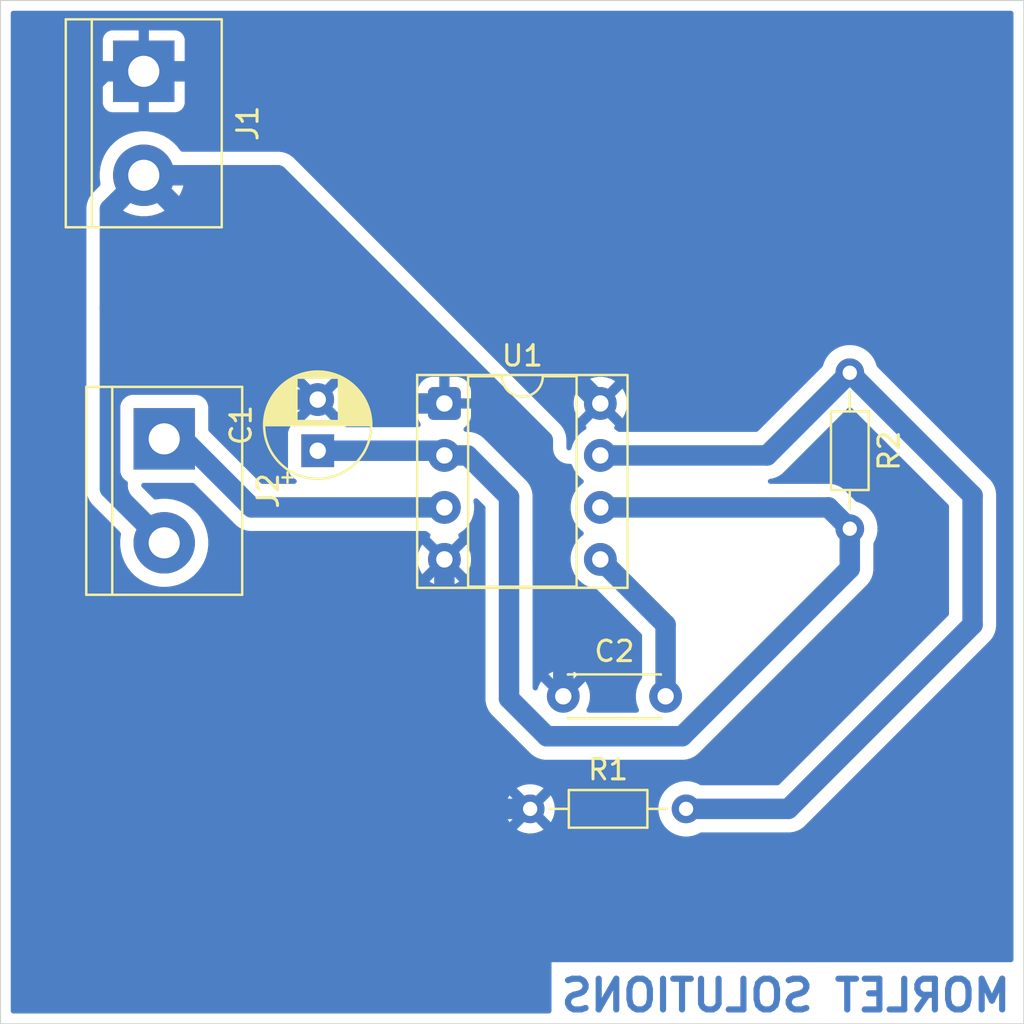
<source format=kicad_pcb>
(kicad_pcb (version 20241229) (generator "pcbnew") (generator_version "9.0")
  (layers (0 "F.Cu" signal) (2 "B.Cu" signal) (13 "F.Paste" user) (15 "B.Paste" user) (5 "F.SilkS" user "F.Silkscreen") (7 "B.SilkS" user "B.Silkscreen") (1 "F.Mask" user) (3 "B.Mask" user) (25 "Edge.Cuts" user))
  (net 0 "")
  (net 1 "GND")
  (net 2 "Net-(U1-THR)")
  (net 3 "Net-(U1-CV)")
  (net 4 "VCC")
  (net 5 "Net-(J2-Pin_1)")
  (net 6 "Net-(U1-DIS)")
  (footprint "Capacitor_THT:C_Disc_D4.3mm_W1.9mm_P5.00mm" (layer "F.Cu") (at 77.5 84)
    (property "Reference" "C2" (at 2.5 -2.2 0) (layer "F.SilkS"))
    (property "Value" "0.01uF")
    (fp_line (start 0.23 -1.07) (end 0.23 -1.055) (stroke (width 0.12)) (layer "F.SilkS"))
    (fp_line (start 0.23 -1.07) (end 4.77 -1.07) (stroke (width 0.12)) (layer "F.SilkS"))
    (fp_line (start 0.23 1.055) (end 0.23 1.07) (stroke (width 0.12)) (layer "F.SilkS"))
    (fp_line (start 0.23 1.07) (end 4.77 1.07) (stroke (width 0.12)) (layer "F.SilkS"))
    (fp_line (start 4.77 -1.07) (end 4.77 -1.055) (stroke (width 0.12)) (layer "F.SilkS"))
    (fp_line (start 4.77 1.055) (end 4.77 1.07) (stroke (width 0.12)) (layer "F.SilkS"))
    (pad "1" thru_hole circle (at 0 0) (size 1.6 1.6) (drill 0.8) (layers "*.Cu" "*.Mask") (net 1 "GND"))
    (pad "2" thru_hole circle (at 5 0) (size 1.6 1.6) (drill 0.8) (layers "*.Cu" "*.Mask") (net 3 "Net-(U1-CV)"))
  )
  (footprint "TerminalBlock:TerminalBlock_bornier-2_P5.08mm" (layer "F.Cu") (at 58 71.42 -90)
    (property "Reference" "J2" (at 2.54 -5.08 90) (layer "F.SilkS"))
    (property "Value" "Conn_01x02")
    (fp_line (start -2.54 3.81) (end 7.62 3.81) (stroke (width 0.12)) (layer "F.SilkS"))
    (fp_line (start 7.62 3.81) (end 7.62 -3.81) (stroke (width 0.12)) (layer "F.SilkS"))
    (fp_line (start 7.62 2.54) (end -2.54 2.54) (stroke (width 0.12)) (layer "F.SilkS"))
    (fp_line (start -2.54 -3.81) (end -2.54 3.81) (stroke (width 0.12)) (layer "F.SilkS"))
    (fp_line (start 7.62 -3.81) (end -2.54 -3.81) (stroke (width 0.12)) (layer "F.SilkS"))
    (pad "1" thru_hole rect (at 0 0 270) (size 3 3) (drill 1.52) (layers "*.Cu" "*.Mask") (net 5 "Net-(J2-Pin_1)"))
    (pad "2" thru_hole circle (at 5.08 0 270) (size 3 3) (drill 1.52) (layers "*.Cu" "*.Mask") (net 1 "GND"))
  )
  (footprint "Capacitor_THT:CP_Radial_D5.0mm_P2.50mm" (layer "F.Cu") (at 65.5 72 90)
    (property "Reference" "C1" (at 1.25 -3.75 90) (layer "F.SilkS"))
    (property "Value" "10uF")
    (fp_line (start 1.29 -2.58) (end 1.29 2.58) (stroke (width 0.12)) (layer "F.SilkS"))
    (fp_line (start 1.25 -2.58) (end 1.25 2.58) (stroke (width 0.12)) (layer "F.SilkS"))
    (fp_line (start 1.33 -2.579) (end 1.33 2.579) (stroke (width 0.12)) (layer "F.SilkS"))
    (fp_line (start 1.37 -2.578) (end 1.37 2.578) (stroke (width 0.12)) (layer "F.SilkS"))
    (fp_line (start 1.41 -2.576) (end 1.41 2.576) (stroke (width 0.12)) (layer "F.SilkS"))
    (fp_line (start 1.45 -2.573) (end 1.45 2.573) (stroke (width 0.12)) (layer "F.SilkS"))
    (fp_line (start 1.49 -2.569) (end 1.49 -1.04) (stroke (width 0.12)) (layer "F.SilkS"))
    (fp_line (start 1.53 -2.565) (end 1.53 -1.04) (stroke (width 0.12)) (layer "F.SilkS"))
    (fp_line (start 1.57 -2.561) (end 1.57 -1.04) (stroke (width 0.12)) (layer "F.SilkS"))
    (fp_line (start 1.61 -2.556) (end 1.61 -1.04) (stroke (width 0.12)) (layer "F.SilkS"))
    (fp_line (start 1.65 -2.55) (end 1.65 -1.04) (stroke (width 0.12)) (layer "F.SilkS"))
    (fp_line (start 1.69 -2.543) (end 1.69 -1.04) (stroke (width 0.12)) (layer "F.SilkS"))
    (fp_line (start 1.73 -2.536) (end 1.73 -1.04) (stroke (width 0.12)) (layer "F.SilkS"))
    (fp_line (start 1.77 -2.528) (end 1.77 -1.04) (stroke (width 0.12)) (layer "F.SilkS"))
    (fp_line (start 1.81 -2.52) (end 1.81 -1.04) (stroke (width 0.12)) (layer "F.SilkS"))
    (fp_line (start 1.85 -2.511) (end 1.85 -1.04) (stroke (width 0.12)) (layer "F.SilkS"))
    (fp_line (start 1.89 -2.501) (end 1.89 -1.04) (stroke (width 0.12)) (layer "F.SilkS"))
    (fp_line (start 1.93 -2.491) (end 1.93 -1.04) (stroke (width 0.12)) (layer "F.SilkS"))
    (fp_line (start 1.971 -2.48) (end 1.971 -1.04) (stroke (width 0.12)) (layer "F.SilkS"))
    (fp_line (start 2.011 -2.468) (end 2.011 -1.04) (stroke (width 0.12)) (layer "F.SilkS"))
    (fp_line (start 2.051 -2.455) (end 2.051 -1.04) (stroke (width 0.12)) (layer "F.SilkS"))
    (fp_line (start 2.091 -2.442) (end 2.091 -1.04) (stroke (width 0.12)) (layer "F.SilkS"))
    (fp_line (start 2.131 -2.428) (end 2.131 -1.04) (stroke (width 0.12)) (layer "F.SilkS"))
    (fp_line (start 2.171 -2.414) (end 2.171 -1.04) (stroke (width 0.12)) (layer "F.SilkS"))
    (fp_line (start 2.211 -2.398) (end 2.211 -1.04) (stroke (width 0.12)) (layer "F.SilkS"))
    (fp_line (start 2.251 -2.382) (end 2.251 -1.04) (stroke (width 0.12)) (layer "F.SilkS"))
    (fp_line (start 2.291 -2.365) (end 2.291 -1.04) (stroke (width 0.12)) (layer "F.SilkS"))
    (fp_line (start 2.331 -2.348) (end 2.331 -1.04) (stroke (width 0.12)) (layer "F.SilkS"))
    (fp_line (start 2.371 -2.329) (end 2.371 -1.04) (stroke (width 0.12)) (layer "F.SilkS"))
    (fp_line (start 2.411 -2.31) (end 2.411 -1.04) (stroke (width 0.12)) (layer "F.SilkS"))
    (fp_line (start 2.451 -2.29) (end 2.451 -1.04) (stroke (width 0.12)) (layer "F.SilkS"))
    (fp_line (start 2.491 -2.268) (end 2.491 -1.04) (stroke (width 0.12)) (layer "F.SilkS"))
    (fp_line (start 2.531 -2.247) (end 2.531 -1.04) (stroke (width 0.12)) (layer "F.SilkS"))
    (fp_line (start 2.571 -2.224) (end 2.571 -1.04) (stroke (width 0.12)) (layer "F.SilkS"))
    (fp_line (start 2.611 -2.2) (end 2.611 -1.04) (stroke (width 0.12)) (layer "F.SilkS"))
    (fp_line (start 2.651 -2.175) (end 2.651 -1.04) (stroke (width 0.12)) (layer "F.SilkS"))
    (fp_line (start 2.691 -2.149) (end 2.691 -1.04) (stroke (width 0.12)) (layer "F.SilkS"))
    (fp_line (start 2.731 -2.122) (end 2.731 -1.04) (stroke (width 0.12)) (layer "F.SilkS"))
    (fp_line (start 2.771 -2.095) (end 2.771 -1.04) (stroke (width 0.12)) (layer "F.SilkS"))
    (fp_line (start 2.811 -2.065) (end 2.811 -1.04) (stroke (width 0.12)) (layer "F.SilkS"))
    (fp_line (start 2.851 -2.035) (end 2.851 -1.04) (stroke (width 0.12)) (layer "F.SilkS"))
    (fp_line (start 2.891 -2.004) (end 2.891 -1.04) (stroke (width 0.12)) (layer "F.SilkS"))
    (fp_line (start 2.931 -1.971) (end 2.931 -1.04) (stroke (width 0.12)) (layer "F.SilkS"))
    (fp_line (start 2.971 -1.937) (end 2.971 -1.04) (stroke (width 0.12)) (layer "F.SilkS"))
    (fp_line (start 3.011 -1.901) (end 3.011 -1.04) (stroke (width 0.12)) (layer "F.SilkS"))
    (fp_line (start 3.051 -1.864) (end 3.051 -1.04) (stroke (width 0.12)) (layer "F.SilkS"))
    (fp_line (start 3.091 -1.826) (end 3.091 -1.04) (stroke (width 0.12)) (layer "F.SilkS"))
    (fp_line (start 3.131 -1.785) (end 3.131 -1.04) (stroke (width 0.12)) (layer "F.SilkS"))
    (fp_line (start 3.171 -1.743) (end 3.171 -1.04) (stroke (width 0.12)) (layer "F.SilkS"))
    (fp_line (start -1.304775 -1.725) (end -1.304775 -1.225) (stroke (width 0.12)) (layer "F.SilkS"))
    (fp_line (start 3.211 -1.699) (end 3.211 -1.04) (stroke (width 0.12)) (layer "F.SilkS"))
    (fp_line (start 3.251 -1.653) (end 3.251 -1.04) (stroke (width 0.12)) (layer "F.SilkS"))
    (fp_line (start 3.291 -1.605) (end 3.291 -1.04) (stroke (width 0.12)) (layer "F.SilkS"))
    (fp_line (start 3.331 -1.554) (end 3.331 -1.04) (stroke (width 0.12)) (layer "F.SilkS"))
    (fp_line (start 3.371 -1.5) (end 3.371 -1.04) (stroke (width 0.12)) (layer "F.SilkS"))
    (fp_line (start -1.554775 -1.475) (end -1.054775 -1.475) (stroke (width 0.12)) (layer "F.SilkS"))
    (fp_line (start 3.411 -1.443) (end 3.411 -1.04) (stroke (width 0.12)) (layer "F.SilkS"))
    (fp_line (start 3.451 -1.383) (end 3.451 -1.04) (stroke (width 0.12)) (layer "F.SilkS"))
    (fp_line (start 3.491 -1.319) (end 3.491 -1.04) (stroke (width 0.12)) (layer "F.SilkS"))
    (fp_line (start 3.531 -1.251) (end 3.531 -1.04) (stroke (width 0.12)) (layer "F.SilkS"))
    (fp_line (start 3.571 -1.178) (end 3.571 1.178) (stroke (width 0.12)) (layer "F.SilkS"))
    (fp_line (start 3.611 -1.098) (end 3.611 1.098) (stroke (width 0.12)) (layer "F.SilkS"))
    (fp_line (start 3.651 -1.011) (end 3.651 1.011) (stroke (width 0.12)) (layer "F.SilkS"))
    (fp_line (start 3.691 -0.915) (end 3.691 0.915) (stroke (width 0.12)) (layer "F.SilkS"))
    (fp_line (start 3.731 -0.805) (end 3.731 0.805) (stroke (width 0.12)) (layer "F.SilkS"))
    (fp_line (start 3.771 -0.677) (end 3.771 0.677) (stroke (width 0.12)) (layer "F.SilkS"))
    (fp_line (start 3.811 -0.518) (end 3.811 0.518) (stroke (width 0.12)) (layer "F.SilkS"))
    (fp_line (start 3.851 -0.284) (end 3.851 0.284) (stroke (width 0.12)) (layer "F.SilkS"))
    (fp_line (start 3.531 1.04) (end 3.531 1.251) (stroke (width 0.12)) (layer "F.SilkS"))
    (fp_line (start 3.491 1.04) (end 3.491 1.319) (stroke (width 0.12)) (layer "F.SilkS"))
    (fp_line (start 3.451 1.04) (end 3.451 1.383) (stroke (width 0.12)) (layer "F.SilkS"))
    (fp_line (start 3.411 1.04) (end 3.411 1.443) (stroke (width 0.12)) (layer "F.SilkS"))
    (fp_line (start 3.371 1.04) (end 3.371 1.5) (stroke (width 0.12)) (layer "F.SilkS"))
    (fp_line (start 3.331 1.04) (end 3.331 1.554) (stroke (width 0.12)) (layer "F.SilkS"))
    (fp_line (start 3.291 1.04) (end 3.291 1.605) (stroke (width 0.12)) (layer "F.SilkS"))
    (fp_line (start 3.251 1.04) (end 3.251 1.653) (stroke (width 0.12)) (layer "F.SilkS"))
    (fp_line (start 3.211 1.04) (end 3.211 1.699) (stroke (width 0.12)) (layer "F.SilkS"))
    (fp_line (start 3.171 1.04) (end 3.171 1.743) (stroke (width 0.12)) (layer "F.SilkS"))
    (fp_line (start 3.131 1.04) (end 3.131 1.785) (stroke (width 0.12)) (layer "F.SilkS"))
    (fp_line (start 3.091 1.04) (end 3.091 1.826) (stroke (width 0.12)) (layer "F.SilkS"))
    (fp_line (start 3.051 1.04) (end 3.051 1.864) (stroke (width 0.12)) (layer "F.SilkS"))
    (fp_line (start 3.011 1.04) (end 3.011 1.901) (stroke (width 0.12)) (layer "F.SilkS"))
    (fp_line (start 2.971 1.04) (end 2.971 1.937) (stroke (width 0.12)) (layer "F.SilkS"))
    (fp_line (start 2.931 1.04) (end 2.931 1.971) (stroke (width 0.12)) (layer "F.SilkS"))
    (fp_line (start 2.891 1.04) (end 2.891 2.004) (stroke (width 0.12)) (layer "F.SilkS"))
    (fp_line (start 2.851 1.04) (end 2.851 2.035) (stroke (width 0.12)) (layer "F.SilkS"))
    (fp_line (start 2.811 1.04) (end 2.811 2.065) (stroke (width 0.12)) (layer "F.SilkS"))
    (fp_line (start 2.771 1.04) (end 2.771 2.095) (stroke (width 0.12)) (layer "F.SilkS"))
    (fp_line (start 2.731 1.04) (end 2.731 2.122) (stroke (width 0.12)) (layer "F.SilkS"))
    (fp_line (start 2.691 1.04) (end 2.691 2.149) (stroke (width 0.12)) (layer "F.SilkS"))
    (fp_line (start 2.651 1.04) (end 2.651 2.175) (stroke (width 0.12)) (layer "F.SilkS"))
    (fp_line (start 2.611 1.04) (end 2.611 2.2) (stroke (width 0.12)) (layer "F.SilkS"))
    (fp_line (start 2.571 1.04) (end 2.571 2.224) (stroke (width 0.12)) (layer "F.SilkS"))
    (fp_line (start 2.531 1.04) (end 2.531 2.247) (stroke (width 0.12)) (layer "F.SilkS"))
    (fp_line (start 2.491 1.04) (end 2.491 2.268) (stroke (width 0.12)) (layer "F.SilkS"))
    (fp_line (start 2.451 1.04) (end 2.451 2.29) (stroke (width 0.12)) (layer "F.SilkS"))
    (fp_line (start 2.411 1.04) (end 2.411 2.31) (stroke (width 0.12)) (layer "F.SilkS"))
    (fp_line (start 2.371 1.04) (end 2.371 2.329) (stroke (width 0.12)) (layer "F.SilkS"))
    (fp_line (start 2.331 1.04) (end 2.331 2.348) (stroke (width 0.12)) (layer "F.SilkS"))
    (fp_line (start 2.291 1.04) (end 2.291 2.365) (stroke (width 0.12)) (layer "F.SilkS"))
    (fp_line (start 2.251 1.04) (end 2.251 2.382) (stroke (width 0.12)) (layer "F.SilkS"))
    (fp_line (start 2.211 1.04) (end 2.211 2.398) (stroke (width 0.12)) (layer "F.SilkS"))
    (fp_line (start 2.171 1.04) (end 2.171 2.414) (stroke (width 0.12)) (layer "F.SilkS"))
    (fp_line (start 2.131 1.04) (end 2.131 2.428) (stroke (width 0.12)) (layer "F.SilkS"))
    (fp_line (start 2.091 1.04) (end 2.091 2.442) (stroke (width 0.12)) (layer "F.SilkS"))
    (fp_line (start 2.051 1.04) (end 2.051 2.455) (stroke (width 0.12)) (layer "F.SilkS"))
    (fp_line (start 2.011 1.04) (end 2.011 2.468) (stroke (width 0.12)) (layer "F.SilkS"))
    (fp_line (start 1.971 1.04) (end 1.971 2.48) (stroke (width 0.12)) (layer "F.SilkS"))
    (fp_line (start 1.93 1.04) (end 1.93 2.491) (stroke (width 0.12)) (layer "F.SilkS"))
    (fp_line (start 1.89 1.04) (end 1.89 2.501) (stroke (width 0.12)) (layer "F.SilkS"))
    (fp_line (start 1.85 1.04) (end 1.85 2.511) (stroke (width 0.12)) (layer "F.SilkS"))
    (fp_line (start 1.81 1.04) (end 1.81 2.52) (stroke (width 0.12)) (layer "F.SilkS"))
    (fp_line (start 1.77 1.04) (end 1.77 2.528) (stroke (width 0.12)) (layer "F.SilkS"))
    (fp_line (start 1.73 1.04) (end 1.73 2.536) (stroke (width 0.12)) (layer "F.SilkS"))
    (fp_line (start 1.69 1.04) (end 1.69 2.543) (stroke (width 0.12)) (layer "F.SilkS"))
    (fp_line (start 1.65 1.04) (end 1.65 2.55) (stroke (width 0.12)) (layer "F.SilkS"))
    (fp_line (start 1.61 1.04) (end 1.61 2.556) (stroke (width 0.12)) (layer "F.SilkS"))
    (fp_line (start 1.57 1.04) (end 1.57 2.561) (stroke (width 0.12)) (layer "F.SilkS"))
    (fp_line (start 1.53 1.04) (end 1.53 2.565) (stroke (width 0.12)) (layer "F.SilkS"))
    (fp_line (start 1.49 1.04) (end 1.49 2.569) (stroke (width 0.12)) (layer "F.SilkS"))
    (fp_circle (center 1.25 0) (end 3.87 0) (stroke (width 0.12)) (fill no) (layer "F.SilkS"))
    (pad "1" thru_hole rect (at 0 0 90) (size 1.6 1.6) (drill 0.8) (layers "*.Cu" "*.Mask") (net 2 "Net-(U1-THR)"))
    (pad "2" thru_hole circle (at 2.5 0 90) (size 1.6 1.6) (drill 0.8) (layers "*.Cu" "*.Mask") (net 1 "GND"))
  )
  (footprint "Resistor_THT:R_Axial_DIN0204_L3.6mm_D1.6mm_P7.62mm_Horizontal" (layer "F.Cu") (at 91.5 68.19 -90)
    (property "Reference" "R2" (at 3.81 -1.92 90) (layer "F.SilkS"))
    (property "Value" "470")
    (fp_line (start 1.89 0.92) (end 5.73 0.92) (stroke (width 0.12)) (layer "F.SilkS"))
    (fp_line (start 5.73 0.92) (end 5.73 -0.92) (stroke (width 0.12)) (layer "F.SilkS"))
    (fp_line (start 0.94 0) (end 1.89 0) (stroke (width 0.12)) (layer "F.SilkS"))
    (fp_line (start 6.68 0) (end 5.73 0) (stroke (width 0.12)) (layer "F.SilkS"))
    (fp_line (start 1.89 -0.92) (end 1.89 0.92) (stroke (width 0.12)) (layer "F.SilkS"))
    (fp_line (start 5.73 -0.92) (end 1.89 -0.92) (stroke (width 0.12)) (layer "F.SilkS"))
    (pad "1" thru_hole circle (at 0 0 270) (size 1.4 1.4) (drill 0.7) (layers "*.Cu" "*.Mask") (net 6 "Net-(U1-DIS)"))
    (pad "2" thru_hole oval (at 7.62 0 270) (size 1.4 1.4) (drill 0.7) (layers "*.Cu" "*.Mask") (net 2 "Net-(U1-THR)"))
  )
  (footprint "Package_DIP:DIP-8_W7.62mm_Socket" (layer "F.Cu") (at 71.69 69.69)
    (property "Reference" "U1" (at 3.81 -2.33 0) (layer "F.SilkS"))
    (property "Value" "ICM7555xB")
    (fp_line (start 1.16 -1.33) (end 1.16 8.95) (stroke (width 0.12)) (layer "F.SilkS"))
    (fp_line (start 1.16 8.95) (end 6.46 8.95) (stroke (width 0.12)) (layer "F.SilkS"))
    (fp_line (start 2.81 -1.33) (end 1.16 -1.33) (stroke (width 0.12)) (layer "F.SilkS"))
    (fp_line (start 6.46 -1.33) (end 4.81 -1.33) (stroke (width 0.12)) (layer "F.SilkS"))
    (fp_line (start 6.46 8.95) (end 6.46 -1.33) (stroke (width 0.12)) (layer "F.SilkS"))
    (fp_rect (start -1.33 -1.39) (end 8.95 9.01) (stroke (width 0.12)) (fill no) (layer "F.SilkS"))
    (fp_arc (start 4.81 -1.33) (mid 3.81 -0.33) (end 2.81 -1.33) (stroke (width 0.12)) (layer "F.SilkS"))
    (pad "1" thru_hole roundrect (at 0 0) (size 1.6 1.6) (drill 0.8) (layers "*.Cu" "*.Mask") (roundrect_rratio 0.15625) (net 1 "GND"))
    (pad "2" thru_hole circle (at 0 2.54) (size 1.6 1.6) (drill 0.8) (layers "*.Cu" "*.Mask") (net 2 "Net-(U1-THR)"))
    (pad "3" thru_hole circle (at 0 5.08) (size 1.6 1.6) (drill 0.8) (layers "*.Cu" "*.Mask") (net 5 "Net-(J2-Pin_1)"))
    (pad "4" thru_hole circle (at 0 7.62) (size 1.6 1.6) (drill 0.8) (layers "*.Cu" "*.Mask") (net 4 "VCC"))
    (pad "5" thru_hole circle (at 7.62 7.62) (size 1.6 1.6) (drill 0.8) (layers "*.Cu" "*.Mask") (net 3 "Net-(U1-CV)"))
    (pad "6" thru_hole circle (at 7.62 5.08) (size 1.6 1.6) (drill 0.8) (layers "*.Cu" "*.Mask") (net 2 "Net-(U1-THR)"))
    (pad "7" thru_hole circle (at 7.62 2.54) (size 1.6 1.6) (drill 0.8) (layers "*.Cu" "*.Mask") (net 6 "Net-(U1-DIS)"))
    (pad "8" thru_hole circle (at 7.62 0) (size 1.6 1.6) (drill 0.8) (layers "*.Cu" "*.Mask") (net 4 "VCC"))
  )
  (footprint "Resistor_THT:R_Axial_DIN0204_L3.6mm_D1.6mm_P7.62mm_Horizontal" (layer "F.Cu") (at 75.88 89.5)
    (property "Reference" "R1" (at 3.81 -1.92 0) (layer "F.SilkS"))
    (property "Value" "470")
    (fp_line (start 0.94 0) (end 1.89 0) (stroke (width 0.12)) (layer "F.SilkS"))
    (fp_line (start 1.89 -0.92) (end 1.89 0.92) (stroke (width 0.12)) (layer "F.SilkS"))
    (fp_line (start 1.89 0.92) (end 5.73 0.92) (stroke (width 0.12)) (layer "F.SilkS"))
    (fp_line (start 5.73 -0.92) (end 1.89 -0.92) (stroke (width 0.12)) (layer "F.SilkS"))
    (fp_line (start 5.73 0.92) (end 5.73 -0.92) (stroke (width 0.12)) (layer "F.SilkS"))
    (fp_line (start 6.68 0) (end 5.73 0) (stroke (width 0.12)) (layer "F.SilkS"))
    (pad "1" thru_hole circle (at 0 0) (size 1.4 1.4) (drill 0.7) (layers "*.Cu" "*.Mask") (net 4 "VCC"))
    (pad "2" thru_hole oval (at 7.62 0) (size 1.4 1.4) (drill 0.7) (layers "*.Cu" "*.Mask") (net 6 "Net-(U1-DIS)"))
  )
  (footprint "TerminalBlock:TerminalBlock_bornier-2_P5.08mm" (layer "F.Cu") (at 57 53.46 -90)
    (property "Reference" "J1" (at 2.54 -5.08 90) (layer "F.SilkS"))
    (property "Value" "Conn_01x02")
    (fp_line (start -2.54 3.81) (end 7.62 3.81) (stroke (width 0.12)) (layer "F.SilkS"))
    (fp_line (start 7.62 3.81) (end 7.62 -3.81) (stroke (width 0.12)) (layer "F.SilkS"))
    (fp_line (start 7.62 2.54) (end -2.54 2.54) (stroke (width 0.12)) (layer "F.SilkS"))
    (fp_line (start -2.54 -3.81) (end -2.54 3.81) (stroke (width 0.12)) (layer "F.SilkS"))
    (fp_line (start 7.62 -3.81) (end -2.54 -3.81) (stroke (width 0.12)) (layer "F.SilkS"))
    (pad "1" thru_hole rect (at 0 0 270) (size 3 3) (drill 1.52) (layers "*.Cu" "*.Mask") (net 4 "VCC"))
    (pad "2" thru_hole circle (at 5.08 0 270) (size 3 3) (drill 1.52) (layers "*.Cu" "*.Mask") (net 1 "GND"))
  )
  (gr_rect (start 50 50) (end 100 100) (stroke (width 0.05)) (fill no) (layer "Edge.Cuts"))
  (gr_text "MORLET SOLUTIONS\n" (at 99.5 99.5 0) (layer "B.Cu") (effects (font (size 1.5 1.5) (thickness 0.3) (bold yes)) (justify left bottom mirror)))
  (segment (start 68.15 69.69) (end 65.23 66.77) (width 1) (layer "B.Cu") (net 1))
  (segment (start 60 66.5) (end 56.849 66.5) (width 1) (layer "B.Cu") (net 1))
  (segment (start 63.54 58.54) (end 62.5 58.54) (width 1) (layer "B.Cu") (net 1))
  (segment (start 77.5 78.5) (end 76.5 77.5) (width 1) (layer "B.Cu") (net 1))
  (segment (start 55.349 65) (end 55.349 60.191) (width 1) (layer "B.Cu") (net 1))
  (segment (start 77.5 84) (end 77.5 78.5) (width 1) (layer "B.Cu") (net 1))
  (segment (start 58 76.5) (end 55.349 73.849) (width 1) (layer "B.Cu") (net 1))
  (segment (start 62.5 58.54) (end 57 58.54) (width 1) (layer "B.Cu") (net 1))
  (segment (start 56.849 66.5) (end 55.349 65) (width 1) (layer "B.Cu") (net 1))
  (segment (start 76.5 77.5) (end 76.5 71.5) (width 1) (layer "B.Cu") (net 1))
  (segment (start 76.5 71.5) (end 63.54 58.54) (width 1) (layer "B.Cu") (net 1))
  (segment (start 65.23 66.77) (end 57 58.54) (width 1) (layer "B.Cu") (net 1))
  (segment (start 55.349 73.849) (end 55.349 65) (width 1) (layer "B.Cu") (net 1))
  (segment (start 71.69 69.69) (end 68.15 69.69) (width 1) (layer "B.Cu") (net 1))
  (segment (start 63 69.5) (end 60 66.5) (width 1) (layer "B.Cu") (net 1))
  (segment (start 65.5 69.5) (end 63 69.5) (width 1) (layer "B.Cu") (net 1))
  (segment (start 55.349 60.191) (end 57 58.54) (width 1) (layer "B.Cu") (net 1))
  (segment (start 90.46 74.77) (end 91.5 75.81) (width 1) (layer "B.Cu") (net 2))
  (segment (start 76.691869 85.951) (end 83.308131 85.951) (width 1) (layer "B.Cu") (net 2))
  (segment (start 91.5 77.759131) (end 91.5 75.81) (width 1) (layer "B.Cu") (net 2))
  (segment (start 71.69 72.23) (end 72.82137 72.23) (width 1) (layer "B.Cu") (net 2))
  (segment (start 71.46 72) (end 71.69 72.23) (width 1) (layer "B.Cu") (net 2))
  (segment (start 74.849 84.108131) (end 76.691869 85.951) (width 1) (layer "B.Cu") (net 2))
  (segment (start 83.308131 85.951) (end 91.5 77.759131) (width 1) (layer "B.Cu") (net 2))
  (segment (start 79.31 74.77) (end 90.46 74.77) (width 1) (layer "B.Cu") (net 2))
  (segment (start 65.5 72) (end 71.46 72) (width 1) (layer "B.Cu") (net 2))
  (segment (start 72.82137 72.23) (end 74.849 74.25763) (width 1) (layer "B.Cu") (net 2))
  (segment (start 74.849 74.25763) (end 74.849 84.108131) (width 1) (layer "B.Cu") (net 2))
  (segment (start 79.31 77.31) (end 82.5 80.5) (width 1) (layer "B.Cu") (net 3))
  (segment (start 82.5 80.5) (end 82.5 84) (width 1) (layer "B.Cu") (net 3))
  (segment (start 75.88 89.5) (end 74.5 89.5) (width 1) (layer "B.Cu") (net 4))
  (segment (start 53 84.5) (end 53 55.5) (width 1) (layer "B.Cu") (net 4))
  (segment (start 55.04 53.46) (end 57 53.46) (width 1) (layer "B.Cu") (net 4))
  (segment (start 63.08 53.46) (end 57 53.46) (width 1) (layer "B.Cu") (net 4))
  (segment (start 69.5 94.5) (end 63 94.5) (width 1) (layer "B.Cu") (net 4))
  (segment (start 63 94.5) (end 53 84.5) (width 1) (layer "B.Cu") (net 4))
  (segment (start 71.69 77.31) (end 71.69 92.31) (width 1) (layer "B.Cu") (net 4))
  (segment (start 71.69 92.31) (end 69.5 94.5) (width 1) (layer "B.Cu") (net 4))
  (segment (start 74.5 89.5) (end 71.69 92.31) (width 1) (layer "B.Cu") (net 4))
  (segment (start 79.31 69.69) (end 63.08 53.46) (width 1) (layer "B.Cu") (net 4))
  (segment (start 53 55.5) (end 55.04 53.46) (width 1) (layer "B.Cu") (net 4))
  (segment (start 58 71.42) (end 58.92 71.42) (width 1) (layer "B.Cu") (net 5))
  (segment (start 71.69 74.77) (end 62.27 74.77) (width 1) (layer "B.Cu") (net 5))
  (segment (start 58.92 71.42) (end 62.27 74.77) (width 1) (layer "B.Cu") (net 5))
  (segment (start 83.5 89.5) (end 88.5 89.5) (width 1) (layer "B.Cu") (net 6))
  (segment (start 97.5 74.19) (end 91.5 68.19) (width 1) (layer "B.Cu") (net 6))
  (segment (start 91.5 68.19) (end 87.46 72.23) (width 1) (layer "B.Cu") (net 6))
  (segment (start 87.46 72.23) (end 79.31 72.23) (width 1) (layer "B.Cu") (net 6))
  (segment (start 88.5 89.5) (end 97.5 80.5) (width 1) (layer "B.Cu") (net 6))
  (segment (start 97.5 80.5) (end 97.5 74.19) (width 1) (layer "B.Cu") (net 6))
  (zone (net 4) (net_name "VCC") (layer "B.Cu") (priority 1) (connect_pads (clearance 0.5)) (min_thickness 0.25) (fill yes (thermal_gap 0.5) (thermal_bridge_width 0.5))
    (polygon (pts (xy 50 50) (xy 100 50) (xy 100 100) (xy 50 100)))
  )
  (zone (net 1) (net_name "GND") (layer "B.Cu") (connect_pads (clearance 0.5)) (min_thickness 0.25) (fill yes (thermal_gap 0.5) (thermal_bridge_width 0.5))
    (polygon (pts (xy 54 55.5) (xy 63.5 55.5) (xy 76.5 68.5) (xy 83 82) (xy 82 86.5) (xy 78 88) (xy 74.97951 87.717221) (xy 71 88.285722) (xy 71 92.25) (xy 63.5 93.5) (xy 54 84.068182)))
  )
)
</source>
